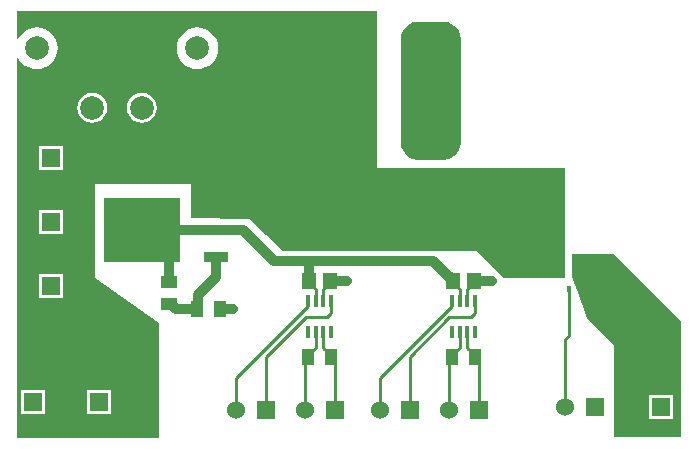
<source format=gtl>
G04*
G04 #@! TF.GenerationSoftware,Altium Limited,Altium Designer,19.1.5 (86)*
G04*
G04 Layer_Physical_Order=1*
G04 Layer_Color=255*
%FSLAX25Y25*%
%MOIN*%
G70*
G01*
G75*
%ADD12C,0.01000*%
%ADD28R,0.05512X0.04134*%
%ADD29R,0.04134X0.05512*%
%ADD30R,0.08268X0.03740*%
%ADD31R,0.25591X0.21654*%
%ADD32R,0.04528X0.05709*%
%ADD33R,0.01575X0.04331*%
%ADD34R,0.01575X0.02362*%
%ADD35C,0.03200*%
%ADD36C,0.06000*%
%ADD37R,0.06000X0.06000*%
%ADD38R,0.06000X0.06000*%
%ADD39C,0.07874*%
%ADD40C,0.03200*%
G36*
X146000Y142842D02*
Y142842D01*
X146591Y142842D01*
X147750Y142612D01*
X148842Y142159D01*
X149825Y141502D01*
X150661Y140667D01*
X151317Y139684D01*
X151769Y138592D01*
X152000Y137433D01*
X152000Y136842D01*
X152000Y102842D01*
X152000Y102842D01*
X152000Y102251D01*
X151769Y101092D01*
X151317Y100000D01*
X150661Y99017D01*
X149825Y98181D01*
X148842Y97525D01*
X147750Y97073D01*
X146591Y96842D01*
X146000Y96842D01*
X138000D01*
X137409Y96842D01*
X136250Y97073D01*
X135158Y97525D01*
X134175Y98181D01*
X133340Y99017D01*
X132683Y100000D01*
X132230Y101092D01*
X132000Y102251D01*
X132000Y102842D01*
Y136842D01*
X132000D01*
X132000Y136842D01*
X132000Y137433D01*
X132230Y138592D01*
X132683Y139684D01*
X133340Y140667D01*
X134175Y141502D01*
X135158Y142159D01*
X136250Y142612D01*
X137409Y142842D01*
X138000Y142842D01*
X146000Y142842D01*
X146000Y142842D01*
D02*
G37*
G36*
X124000Y94000D02*
X186900Y94000D01*
Y57600D01*
X166488Y57600D01*
X157488Y66600D01*
X92700D01*
X81354Y77178D01*
X62284Y77416D01*
Y88900D01*
X30000D01*
Y57600D01*
X51500Y42500D01*
Y4000D01*
X4000D01*
Y130894D01*
X4500Y131019D01*
X4959Y130161D01*
X5822Y129109D01*
X6873Y128246D01*
X8073Y127605D01*
X9375Y127210D01*
X10728Y127077D01*
X12082Y127210D01*
X13384Y127605D01*
X14583Y128246D01*
X15635Y129109D01*
X16498Y130161D01*
X17139Y131360D01*
X17534Y132662D01*
X17667Y134016D01*
X17534Y135370D01*
X17139Y136671D01*
X16498Y137871D01*
X15635Y138922D01*
X14583Y139785D01*
X13384Y140427D01*
X12082Y140821D01*
X10728Y140955D01*
X9375Y140821D01*
X8073Y140427D01*
X6873Y139785D01*
X5822Y138922D01*
X4959Y137871D01*
X4500Y137012D01*
X4000Y137138D01*
Y146470D01*
X124000Y146470D01*
X124000Y94000D01*
D02*
G37*
G36*
X225500Y43000D02*
Y4500D01*
X203000D01*
Y35000D01*
X194000Y44000D01*
X190840Y53340D01*
X189000Y57754D01*
Y65500D01*
X203000D01*
X225500Y43000D01*
D02*
G37*
%LPC*%
G36*
X64272Y140955D02*
X62918Y140821D01*
X61616Y140427D01*
X60417Y139785D01*
X59365Y138922D01*
X58502Y137871D01*
X57861Y136671D01*
X57466Y135370D01*
X57333Y134016D01*
X57466Y132662D01*
X57861Y131360D01*
X58502Y130161D01*
X59365Y129109D01*
X60417Y128246D01*
X61616Y127605D01*
X62918Y127210D01*
X64272Y127077D01*
X65625Y127210D01*
X66927Y127605D01*
X68127Y128246D01*
X69178Y129109D01*
X70041Y130161D01*
X70682Y131360D01*
X71077Y132662D01*
X71211Y134016D01*
X71077Y135370D01*
X70682Y136671D01*
X70041Y137871D01*
X69178Y138922D01*
X68127Y139785D01*
X66927Y140427D01*
X65625Y140821D01*
X64272Y140955D01*
D02*
G37*
G36*
X45768Y119153D02*
X44479Y118983D01*
X43278Y118486D01*
X42247Y117694D01*
X41455Y116663D01*
X40958Y115462D01*
X40788Y114173D01*
X40958Y112884D01*
X41455Y111683D01*
X42247Y110652D01*
X43278Y109861D01*
X44479Y109363D01*
X45768Y109194D01*
X47056Y109363D01*
X48257Y109861D01*
X49289Y110652D01*
X50080Y111683D01*
X50578Y112884D01*
X50747Y114173D01*
X50578Y115462D01*
X50080Y116663D01*
X49289Y117694D01*
X48257Y118486D01*
X47056Y118983D01*
X45768Y119153D01*
D02*
G37*
G36*
X29232D02*
X27944Y118983D01*
X26743Y118486D01*
X25711Y117694D01*
X24920Y116663D01*
X24422Y115462D01*
X24253Y114173D01*
X24422Y112884D01*
X24920Y111683D01*
X25711Y110652D01*
X26743Y109861D01*
X27944Y109363D01*
X29232Y109194D01*
X30521Y109363D01*
X31722Y109861D01*
X32753Y110652D01*
X33545Y111683D01*
X34042Y112884D01*
X34212Y114173D01*
X34042Y115462D01*
X33545Y116663D01*
X32753Y117694D01*
X31722Y118486D01*
X30521Y118983D01*
X29232Y119153D01*
D02*
G37*
G36*
X19500Y101500D02*
X11500D01*
Y93500D01*
X19500D01*
Y101500D01*
D02*
G37*
G36*
Y80000D02*
X11500D01*
Y72000D01*
X19500D01*
Y80000D01*
D02*
G37*
G36*
Y58618D02*
X11500D01*
Y50618D01*
X19500D01*
Y58618D01*
D02*
G37*
G36*
X35500Y20000D02*
X27500D01*
Y12000D01*
X35500D01*
Y20000D01*
D02*
G37*
G36*
X13500D02*
X5500D01*
Y12000D01*
X13500D01*
Y20000D01*
D02*
G37*
G36*
X222700Y18500D02*
X214700D01*
Y10500D01*
X222700D01*
Y18500D01*
D02*
G37*
%LPD*%
D12*
X186900Y14500D02*
Y37000D01*
X188000Y38100D01*
Y53620D01*
X77000Y24079D02*
X101161Y48240D01*
X77000Y13500D02*
Y24079D01*
X100500Y44500D02*
X107500D01*
X87000Y31000D02*
X100500Y44500D01*
X87000Y13500D02*
Y31000D01*
X101161Y48240D02*
Y49618D01*
X108839Y45839D02*
Y49618D01*
X107500Y44500D02*
X108839Y45839D01*
X135000Y13500D02*
Y31250D01*
X148250Y44500D01*
X155500D01*
X156839Y45839D01*
Y49618D01*
X125000Y24079D02*
X149161Y48240D01*
Y49618D01*
X125000Y13500D02*
Y24079D01*
X151720Y34150D02*
Y39382D01*
X149260Y31689D02*
X151720Y34150D01*
X149260Y31000D02*
Y31689D01*
X154279Y34150D02*
Y39382D01*
Y34150D02*
X156740Y31689D01*
Y31000D02*
Y31689D01*
Y31000D02*
X158000Y29740D01*
Y13500D02*
Y29740D01*
X148000Y29740D02*
X149260Y31000D01*
X148000Y13500D02*
Y29740D01*
X156543Y55910D02*
Y56500D01*
X154279Y53646D02*
X156543Y55910D01*
X154279Y49618D02*
Y53646D01*
X149457Y55910D02*
Y56500D01*
Y55910D02*
X151720Y53646D01*
Y49618D02*
Y53646D01*
X108543Y55910D02*
Y56500D01*
X106280Y53646D02*
X108543Y55910D01*
X106280Y49618D02*
Y53646D01*
X101457Y55910D02*
Y56500D01*
Y55910D02*
X103720Y53646D01*
Y49618D02*
Y53646D01*
X101457Y56500D02*
X101457Y56500D01*
X106280Y34150D02*
Y39382D01*
Y34150D02*
X108740Y31689D01*
Y31000D02*
Y31689D01*
X103720Y34150D02*
Y39382D01*
X101260Y31689D02*
X103720Y34150D01*
X101260Y31000D02*
Y31689D01*
X108740Y31000D02*
X110000Y29740D01*
Y13500D02*
Y29740D01*
X100000Y29740D02*
X101260Y31000D01*
X100000Y13500D02*
Y29740D01*
D28*
X54892Y56122D02*
D03*
Y48642D02*
D03*
D29*
X64260Y47000D02*
D03*
X71740D02*
D03*
X108740Y31000D02*
D03*
X101260D02*
D03*
X156740D02*
D03*
X149260D02*
D03*
D30*
X70472Y64488D02*
D03*
Y82441D02*
D03*
D31*
X45669Y73465D02*
D03*
D32*
X149457Y56500D02*
D03*
X156543D02*
D03*
X101457D02*
D03*
X108543D02*
D03*
D33*
X156839Y49618D02*
D03*
X154279D02*
D03*
X151720D02*
D03*
X149161D02*
D03*
X156839Y39382D02*
D03*
X154279D02*
D03*
X151720D02*
D03*
X149161D02*
D03*
X108839Y49618D02*
D03*
X106280D02*
D03*
X103720D02*
D03*
X101161D02*
D03*
X108839Y39382D02*
D03*
X106280D02*
D03*
X103720D02*
D03*
X101161D02*
D03*
D34*
X188000Y53620D02*
D03*
X185441Y61888D02*
D03*
X190559D02*
D03*
D35*
X45669Y73465D02*
X79339D01*
X89803Y63000D01*
X54892Y56122D02*
Y64242D01*
X70472Y57754D02*
Y64488D01*
X64595Y51876D02*
X70472Y57754D01*
X64595Y47335D02*
Y51876D01*
X64260Y47000D02*
X64595Y47335D01*
X55581Y48642D02*
X57222Y47000D01*
X54892Y48642D02*
X55581D01*
X57222Y47000D02*
X64260D01*
X89803Y63000D02*
X101500D01*
Y56543D02*
Y63000D01*
X156543Y56500D02*
X162500D01*
X156543Y56500D02*
X156543Y56500D01*
X108543D02*
X114000D01*
X108543Y56500D02*
X108543Y56500D01*
X101500Y63000D02*
X142957D01*
X148202Y57754D01*
X148793D01*
X149457Y57091D01*
Y56500D02*
Y57091D01*
X101457Y56500D02*
X101500Y56543D01*
X71740Y47000D02*
X76000D01*
X71740Y47000D02*
X71740Y47000D01*
D36*
X41500Y16000D02*
D03*
X19500D02*
D03*
X15500Y87500D02*
D03*
X77000Y13500D02*
D03*
X208700Y14500D02*
D03*
X15500Y66000D02*
D03*
Y44618D02*
D03*
X125000Y13500D02*
D03*
X100000D02*
D03*
X148000D02*
D03*
X186900Y14500D02*
D03*
D37*
X31500Y16000D02*
D03*
X9500D02*
D03*
X87000Y13500D02*
D03*
X218700Y14500D02*
D03*
X135000Y13500D02*
D03*
X110000D02*
D03*
X158000D02*
D03*
X196900Y14500D02*
D03*
D38*
X15500Y97500D02*
D03*
Y76000D02*
D03*
Y54618D02*
D03*
D39*
X64272Y134016D02*
D03*
X10728D02*
D03*
X45768Y135827D02*
D03*
X29232D02*
D03*
Y114173D02*
D03*
X45768D02*
D03*
D40*
X138000Y104000D02*
D03*
X146000D02*
D03*
X138000Y120000D02*
D03*
X146000D02*
D03*
X138000Y112000D02*
D03*
X146000D02*
D03*
Y128000D02*
D03*
X138000D02*
D03*
X146000Y136000D02*
D03*
X138000D02*
D03*
X162500Y56500D02*
D03*
X114000D02*
D03*
X76000Y47000D02*
D03*
M02*

</source>
